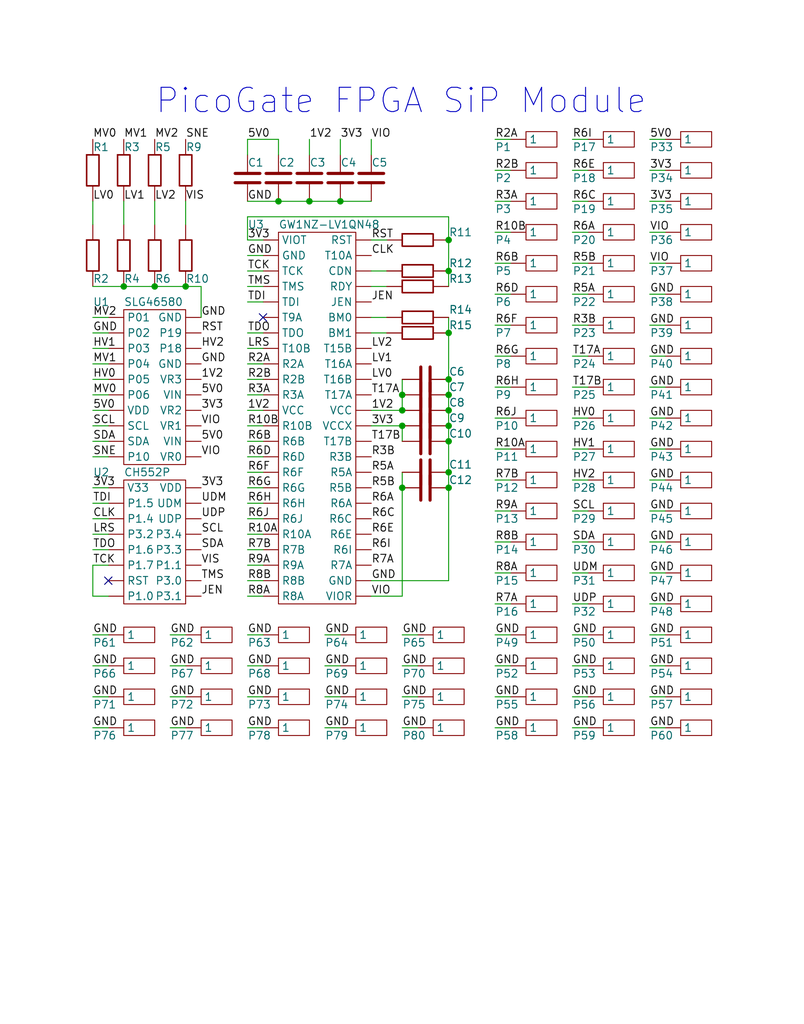
<source format=kicad_sch>
(kicad_sch (version 20211123) (generator eeschema)
  (paper "User" 132.004 167.996)
  (lib_symbols
    (symbol "Local-Chips:CH552P" (pin_numbers hide)
      (property "Reference" "U" (at -2.54 2.54 0))
      (property "Value" "CH552P" (at 2.54 2.54 0))
      (symbol "CH552P_0_1"
        (rectangle (start 2.54 1.27) (end 12.7 -19.05))
      )
      (symbol "CH552P_1_1"
        (pin passive line (at 0 0 0) (length 2.54) (name "V33") (number "1"))
        (pin passive line (at 15.24 -15.24 180) (length 2.54) (name "P3.0") (number "10"))
        (pin passive line (at 15.24 -12.7 180) (length 2.54) (name "P1.1") (number "11"))
        (pin passive line (at 15.24 -10.16 180) (length 2.54) (name "P3.3") (number "12"))
        (pin passive line (at 15.24 -7.62 180) (length 2.54) (name "P3.4") (number "13"))
        (pin passive line (at 15.24 -5.08 180) (length 2.54) (name "UDP") (number "14"))
        (pin passive line (at 15.24 -2.54 180) (length 2.54) (name "UDM") (number "15"))
        (pin passive line (at 15.24 0 180) (length 2.54) (name "VDD") (number "16"))
        (pin passive line (at 0 -2.54 0) (length 2.54) (name "P1.5") (number "2"))
        (pin passive line (at 0 -5.08 0) (length 2.54) (name "P1.4") (number "3"))
        (pin passive line (at 0 -7.62 0) (length 2.54) (name "P3.2") (number "4"))
        (pin passive line (at 0 -10.16 0) (length 2.54) (name "P1.6") (number "5"))
        (pin passive line (at 0 -12.7 0) (length 2.54) (name "P1.7") (number "6"))
        (pin passive line (at 0 -15.24 0) (length 2.54) (name "RST") (number "7"))
        (pin passive line (at 0 -17.78 0) (length 2.54) (name "P1.0") (number "8"))
        (pin passive line (at 15.24 -17.78 180) (length 2.54) (name "P3.1") (number "9"))
      )
    )
    (symbol "Local-Chips:GW1NZ-LV1QN48" (pin_numbers hide)
      (property "Reference" "U" (at -2.54 2.54 0))
      (property "Value" "GW1NZ-LV1QN48" (at 2.54 2.54 0))
      (symbol "GW1NZ-LV1QN48_0_1"
        (rectangle (start 2.54 1.27) (end 15.24 -59.69))
      )
      (symbol "GW1NZ-LV1QN48_1_1"
        (pin passive line (at 0 0 0) (length 2.54) (name "VIOT") (number "1"))
        (pin passive line (at 0 -22.86 0) (length 2.54) (name "R2B") (number "10"))
        (pin passive line (at 0 -25.4 0) (length 2.54) (name "R3A") (number "11"))
        (pin passive line (at 0 -27.94 0) (length 2.54) (name "VCC") (number "12"))
        (pin passive line (at 0 -30.48 0) (length 2.54) (name "R10B") (number "13"))
        (pin passive line (at 0 -33.02 0) (length 2.54) (name "R6B") (number "14"))
        (pin passive line (at 0 -35.56 0) (length 2.54) (name "R6D") (number "15"))
        (pin passive line (at 0 -38.1 0) (length 2.54) (name "R6F") (number "16"))
        (pin passive line (at 0 -40.64 0) (length 2.54) (name "R6G") (number "17"))
        (pin passive line (at 0 -43.18 0) (length 2.54) (name "R6H") (number "18"))
        (pin passive line (at 0 -45.72 0) (length 2.54) (name "R6J") (number "19"))
        (pin passive line (at 0 -2.54 0) (length 2.54) (name "GND") (number "2"))
        (pin passive line (at 0 -48.26 0) (length 2.54) (name "R10A") (number "20"))
        (pin passive line (at 0 -50.8 0) (length 2.54) (name "R7B") (number "21"))
        (pin passive line (at 0 -53.34 0) (length 2.54) (name "R9A") (number "22"))
        (pin passive line (at 0 -55.88 0) (length 2.54) (name "R8B") (number "23"))
        (pin passive line (at 0 -58.42 0) (length 2.54) (name "R8A") (number "24"))
        (pin passive line (at 17.78 -58.42 180) (length 2.54) (name "VIOR") (number "25"))
        (pin passive line (at 17.78 -55.88 180) (length 2.54) (name "GND") (number "26"))
        (pin passive line (at 17.78 -53.34 180) (length 2.54) (name "R7A") (number "27"))
        (pin passive line (at 17.78 -50.8 180) (length 2.54) (name "R6I") (number "28"))
        (pin passive line (at 17.78 -48.26 180) (length 2.54) (name "R6E") (number "29"))
        (pin passive line (at 0 -5.08 0) (length 2.54) (name "TCK") (number "3"))
        (pin passive line (at 17.78 -45.72 180) (length 2.54) (name "R6C") (number "30"))
        (pin passive line (at 17.78 -43.18 180) (length 2.54) (name "R6A") (number "31"))
        (pin passive line (at 17.78 -40.64 180) (length 2.54) (name "R5B") (number "32"))
        (pin passive line (at 17.78 -38.1 180) (length 2.54) (name "R5A") (number "33"))
        (pin passive line (at 17.78 -35.56 180) (length 2.54) (name "R3B") (number "34"))
        (pin passive line (at 17.78 -33.02 180) (length 2.54) (name "T17B") (number "35"))
        (pin passive line (at 17.78 -30.48 180) (length 2.54) (name "VCCX") (number "36"))
        (pin passive line (at 17.78 -27.94 180) (length 2.54) (name "VCC") (number "37"))
        (pin passive line (at 17.78 -25.4 180) (length 2.54) (name "T17A") (number "38"))
        (pin passive line (at 17.78 -22.86 180) (length 2.54) (name "T16B") (number "39"))
        (pin passive line (at 0 -7.62 0) (length 2.54) (name "TMS") (number "4"))
        (pin passive line (at 17.78 -20.32 180) (length 2.54) (name "T16A") (number "40"))
        (pin passive line (at 17.78 -17.78 180) (length 2.54) (name "T15B") (number "41"))
        (pin passive line (at 17.78 -15.24 180) (length 2.54) (name "BM1") (number "42"))
        (pin passive line (at 17.78 -12.7 180) (length 2.54) (name "BM0") (number "43"))
        (pin passive line (at 17.78 -10.16 180) (length 2.54) (name "JEN") (number "44"))
        (pin passive line (at 17.78 -7.62 180) (length 2.54) (name "RDY") (number "45"))
        (pin passive line (at 17.78 -5.08 180) (length 2.54) (name "CDN") (number "46"))
        (pin passive line (at 17.78 -2.54 180) (length 2.54) (name "T10A") (number "47"))
        (pin passive line (at 17.78 0 180) (length 2.54) (name "RST") (number "48"))
        (pin passive line (at 0 -10.16 0) (length 2.54) (name "TDI") (number "5"))
        (pin passive line (at 0 -12.7 0) (length 2.54) (name "T9A") (number "6"))
        (pin passive line (at 0 -15.24 0) (length 2.54) (name "TDO") (number "7"))
        (pin passive line (at 0 -17.78 0) (length 2.54) (name "T10B") (number "8"))
        (pin passive line (at 0 -20.32 0) (length 2.54) (name "R2A") (number "9"))
      )
    )
    (symbol "Local-Chips:SLG46580" (pin_numbers hide)
      (property "Reference" "U" (at -2.54 2.54 0))
      (property "Value" "SLG46580" (at 2.54 2.54 0))
      (symbol "SLG46580_0_1"
        (rectangle (start 2.54 1.27) (end 12.7 -24.13))
      )
      (symbol "SLG46580_1_1"
        (pin passive line (at 0 0 0) (length 2.54) (name "P01") (number "1"))
        (pin passive line (at 0 -22.86 0) (length 2.54) (name "P10") (number "10"))
        (pin passive line (at 15.24 -22.86 180) (length 2.54) (name "VR0") (number "11"))
        (pin passive line (at 15.24 -20.32 180) (length 2.54) (name "VIN") (number "12"))
        (pin passive line (at 15.24 -17.78 180) (length 2.54) (name "VR1") (number "13"))
        (pin passive line (at 15.24 -15.24 180) (length 2.54) (name "VR2") (number "14"))
        (pin passive line (at 15.24 -12.7 180) (length 2.54) (name "VIN") (number "15"))
        (pin passive line (at 15.24 -10.16 180) (length 2.54) (name "VR3") (number "16"))
        (pin passive line (at 15.24 -7.62 180) (length 2.54) (name "GND") (number "17"))
        (pin passive line (at 15.24 -5.08 180) (length 2.54) (name "P18") (number "18"))
        (pin passive line (at 15.24 -2.54 180) (length 2.54) (name "P19") (number "19"))
        (pin passive line (at 0 -2.54 0) (length 2.54) (name "P02") (number "2"))
        (pin passive line (at 15.24 0 180) (length 2.54) (name "GND") (number "20"))
        (pin passive line (at 0 -5.08 0) (length 2.54) (name "P03") (number "3"))
        (pin passive line (at 0 -7.62 0) (length 2.54) (name "P04") (number "4"))
        (pin passive line (at 0 -10.16 0) (length 2.54) (name "P05") (number "5"))
        (pin passive line (at 0 -12.7 0) (length 2.54) (name "P06") (number "6"))
        (pin passive line (at 0 -15.24 0) (length 2.54) (name "VDD") (number "7"))
        (pin passive line (at 0 -17.78 0) (length 2.54) (name "SCL") (number "8"))
        (pin passive line (at 0 -20.32 0) (length 2.54) (name "SDA") (number "9"))
      )
    )
    (symbol "Local-Components:Capacitor" (pin_numbers hide) (pin_names (offset 0) hide)
      (property "Reference" "C" (at 0 -2.54 0))
      (symbol "Capacitor_0_1"
        (polyline (pts (xy -2.032 -0.762) (xy 2.032 -0.762)) (stroke (width 0.508)))
        (polyline (pts (xy -2.032 0.762) (xy 2.032 0.762)) (stroke (width 0.508)))
      )
      (symbol "Capacitor_1_1"
        (pin passive line (at 0 3.81 270) (length 2.794) (name "~") (number "1"))
        (pin passive line (at 0 -3.81 90) (length 2.794) (name "~") (number "2"))
      )
    )
    (symbol "Local-Components:Resistor" (pin_numbers hide) (pin_names (offset 0) hide)
      (property "Reference" "R" (at 0 -3.81 0))
      (symbol "Resistor_0_1"
        (rectangle (start -1.016 -2.54) (end 1.016 2.54) (stroke (width 0.254)))
      )
      (symbol "Resistor_1_1"
        (pin passive line (at 0 5.08 270) (length 2.54) (name "~") (number "1"))
        (pin passive line (at 0 -5.08 90) (length 2.54) (name "~") (number "2"))
      )
    )
    (symbol "Local-Connectors:CONN1X1" (pin_numbers hide)
      (property "Reference" "P" (at -2.54 2.54 0))
      (property "Value" "CONN1X1" (at 2.54 2.54 0))
      (symbol "CONN1X1_0_1"
        (rectangle (start 2.54 1.27) (end 7.62 -1.27))
      )
      (symbol "CONN1X1_1_1"
        (pin passive line (at 0 0 0) (length 2.54) (name "1") (number "1"))
      )
    )
  )
  (junction (at 73.66 62.23))
  (junction (at 20.32 46.99))
  (junction (at 73.66 69.85))
  (junction (at 30.48 46.99))
  (junction (at 50.8 33.02))
  (junction (at 66.04 64.77))
  (junction (at 73.66 80.01))
  (junction (at 73.66 54.61))
  (junction (at 73.66 72.39))
  (junction (at 66.04 69.85))
  (junction (at 73.66 39.37))
  (junction (at 73.66 44.45))
  (junction (at 66.04 67.31))
  (junction (at 73.66 64.77))
  (junction (at 45.72 33.02))
  (junction (at 73.66 67.31))
  (junction (at 73.66 77.47))
  (junction (at 55.88 33.02))
  (junction (at 66.04 80.01))
  (junction (at 25.4 46.99))
  (no_connect (at 43.18 52.07))
  (no_connect (at 17.78 95.25))
  (wire (pts (xy 27.94 114.3) (xy 30.48 114.3)))
  (wire (pts (xy 40.64 87.63) (xy 43.18 87.63)))
  (wire (pts (xy 93.98 88.9) (xy 96.52 88.9)))
  (wire (pts (xy 40.64 82.55) (xy 43.18 82.55)))
  (wire (pts (xy 25.4 46.99) (xy 30.48 46.99)))
  (wire (pts (xy 15.24 87.63) (xy 17.78 87.63)))
  (wire (pts (xy 93.98 93.98) (xy 96.52 93.98)))
  (wire (pts (xy 40.64 114.3) (xy 43.18 114.3)))
  (wire (pts (xy 40.64 39.37) (xy 40.64 35.56)))
  (wire (pts (xy 81.28 22.86) (xy 83.82 22.86)))
  (wire (pts (xy 60.96 54.61) (xy 63.5 54.61)))
  (wire (pts (xy 106.68 48.26) (xy 109.22 48.26)))
  (wire (pts (xy 93.98 114.3) (xy 96.52 114.3)))
  (wire (pts (xy 106.68 114.3) (xy 109.22 114.3)))
  (wire (pts (xy 73.66 67.31) (xy 73.66 69.85)))
  (wire (pts (xy 40.64 22.86) (xy 40.64 25.4)))
  (wire (pts (xy 93.98 119.38) (xy 96.52 119.38)))
  (wire (pts (xy 73.66 62.23) (xy 73.66 64.77)))
  (wire (pts (xy 81.28 48.26) (xy 83.82 48.26)))
  (wire (pts (xy 40.64 35.56) (xy 73.66 35.56)))
  (wire (pts (xy 45.72 22.86) (xy 45.72 25.4)))
  (wire (pts (xy 73.66 72.39) (xy 73.66 77.47)))
  (wire (pts (xy 106.68 73.66) (xy 109.22 73.66)))
  (wire (pts (xy 40.64 44.45) (xy 43.18 44.45)))
  (wire (pts (xy 40.64 74.93) (xy 43.18 74.93)))
  (wire (pts (xy 53.34 109.22) (xy 55.88 109.22)))
  (wire (pts (xy 106.68 109.22) (xy 109.22 109.22)))
  (wire (pts (xy 93.98 22.86) (xy 96.52 22.86)))
  (wire (pts (xy 15.24 92.71) (xy 17.78 92.71)))
  (wire (pts (xy 81.28 33.02) (xy 83.82 33.02)))
  (wire (pts (xy 66.04 119.38) (xy 68.58 119.38)))
  (wire (pts (xy 73.66 35.56) (xy 73.66 39.37)))
  (wire (pts (xy 53.34 104.14) (xy 55.88 104.14)))
  (wire (pts (xy 66.04 77.47) (xy 66.04 80.01)))
  (wire (pts (xy 93.98 48.26) (xy 96.52 48.26)))
  (wire (pts (xy 106.68 104.14) (xy 109.22 104.14)))
  (wire (pts (xy 93.98 63.5) (xy 96.52 63.5)))
  (wire (pts (xy 40.64 22.86) (xy 45.72 22.86)))
  (wire (pts (xy 40.64 77.47) (xy 43.18 77.47)))
  (wire (pts (xy 106.68 63.5) (xy 109.22 63.5)))
  (wire (pts (xy 15.24 92.71) (xy 15.24 97.79)))
  (wire (pts (xy 93.98 68.58) (xy 96.52 68.58)))
  (wire (pts (xy 50.8 33.02) (xy 55.88 33.02)))
  (wire (pts (xy 93.98 104.14) (xy 96.52 104.14)))
  (wire (pts (xy 73.66 44.45) (xy 73.66 46.99)))
  (wire (pts (xy 55.88 22.86) (xy 55.88 25.4)))
  (wire (pts (xy 81.28 104.14) (xy 83.82 104.14)))
  (wire (pts (xy 40.64 92.71) (xy 43.18 92.71)))
  (wire (pts (xy 106.68 38.1) (xy 109.22 38.1)))
  (wire (pts (xy 15.24 114.3) (xy 17.78 114.3)))
  (wire (pts (xy 40.64 104.14) (xy 43.18 104.14)))
  (wire (pts (xy 106.68 53.34) (xy 109.22 53.34)))
  (wire (pts (xy 20.32 33.02) (xy 20.32 36.83)))
  (wire (pts (xy 27.94 119.38) (xy 30.48 119.38)))
  (wire (pts (xy 40.64 62.23) (xy 43.18 62.23)))
  (wire (pts (xy 40.64 67.31) (xy 43.18 67.31)))
  (wire (pts (xy 81.28 109.22) (xy 83.82 109.22)))
  (wire (pts (xy 106.68 119.38) (xy 109.22 119.38)))
  (wire (pts (xy 66.04 109.22) (xy 68.58 109.22)))
  (wire (pts (xy 81.28 114.3) (xy 83.82 114.3)))
  (wire (pts (xy 81.28 99.06) (xy 83.82 99.06)))
  (wire (pts (xy 93.98 53.34) (xy 96.52 53.34)))
  (wire (pts (xy 93.98 33.02) (xy 96.52 33.02)))
  (wire (pts (xy 40.64 46.99) (xy 43.18 46.99)))
  (wire (pts (xy 15.24 119.38) (xy 17.78 119.38)))
  (wire (pts (xy 15.24 69.85) (xy 17.78 69.85)))
  (wire (pts (xy 81.28 58.42) (xy 83.82 58.42)))
  (wire (pts (xy 81.28 83.82) (xy 83.82 83.82)))
  (wire (pts (xy 40.64 64.77) (xy 43.18 64.77)))
  (wire (pts (xy 15.24 57.15) (xy 17.78 57.15)))
  (wire (pts (xy 93.98 99.06) (xy 96.52 99.06)))
  (wire (pts (xy 81.28 88.9) (xy 83.82 88.9)))
  (wire (pts (xy 81.28 53.34) (xy 83.82 53.34)))
  (wire (pts (xy 40.64 33.02) (xy 45.72 33.02)))
  (wire (pts (xy 40.64 90.17) (xy 43.18 90.17)))
  (wire (pts (xy 50.8 22.86) (xy 50.8 25.4)))
  (wire (pts (xy 106.68 27.94) (xy 109.22 27.94)))
  (wire (pts (xy 53.34 114.3) (xy 55.88 114.3)))
  (wire (pts (xy 93.98 83.82) (xy 96.52 83.82)))
  (wire (pts (xy 15.24 54.61) (xy 17.78 54.61)))
  (wire (pts (xy 93.98 73.66) (xy 96.52 73.66)))
  (wire (pts (xy 60.96 46.99) (xy 63.5 46.99)))
  (wire (pts (xy 81.28 27.94) (xy 83.82 27.94)))
  (wire (pts (xy 106.68 58.42) (xy 109.22 58.42)))
  (wire (pts (xy 93.98 78.74) (xy 96.52 78.74)))
  (wire (pts (xy 15.24 33.02) (xy 15.24 36.83)))
  (wire (pts (xy 15.24 85.09) (xy 17.78 85.09)))
  (wire (pts (xy 66.04 104.14) (xy 68.58 104.14)))
  (wire (pts (xy 40.64 95.25) (xy 43.18 95.25)))
  (wire (pts (xy 15.24 90.17) (xy 17.78 90.17)))
  (wire (pts (xy 15.24 74.93) (xy 17.78 74.93)))
  (wire (pts (xy 66.04 72.39) (xy 66.04 69.85)))
  (wire (pts (xy 45.72 33.02) (xy 50.8 33.02)))
  (wire (pts (xy 106.68 93.98) (xy 109.22 93.98)))
  (wire (pts (xy 81.28 93.98) (xy 83.82 93.98)))
  (wire (pts (xy 33.02 46.99) (xy 33.02 52.07)))
  (wire (pts (xy 40.64 57.15) (xy 43.18 57.15)))
  (wire (pts (xy 40.64 85.09) (xy 43.18 85.09)))
  (wire (pts (xy 60.96 44.45) (xy 63.5 44.45)))
  (wire (pts (xy 81.28 43.18) (xy 83.82 43.18)))
  (wire (pts (xy 15.24 104.14) (xy 17.78 104.14)))
  (wire (pts (xy 81.28 63.5) (xy 83.82 63.5)))
  (wire (pts (xy 60.96 22.86) (xy 60.96 25.4)))
  (wire (pts (xy 40.64 69.85) (xy 43.18 69.85)))
  (wire (pts (xy 81.28 38.1) (xy 83.82 38.1)))
  (wire (pts (xy 106.68 88.9) (xy 109.22 88.9)))
  (wire (pts (xy 15.24 64.77) (xy 17.78 64.77)))
  (wire (pts (xy 93.98 109.22) (xy 96.52 109.22)))
  (wire (pts (xy 40.64 41.91) (xy 43.18 41.91)))
  (wire (pts (xy 93.98 27.94) (xy 96.52 27.94)))
  (wire (pts (xy 15.24 59.69) (xy 17.78 59.69)))
  (wire (pts (xy 40.64 97.79) (xy 43.18 97.79)))
  (wire (pts (xy 73.66 69.85) (xy 73.66 72.39)))
  (wire (pts (xy 55.88 33.02) (xy 60.96 33.02)))
  (wire (pts (xy 40.64 39.37) (xy 43.18 39.37)))
  (wire (pts (xy 66.04 80.01) (xy 66.04 97.79)))
  (wire (pts (xy 73.66 64.77) (xy 73.66 67.31)))
  (wire (pts (xy 30.48 33.02) (xy 30.48 36.83)))
  (wire (pts (xy 66.04 97.79) (xy 60.96 97.79)))
  (wire (pts (xy 15.24 97.79) (xy 17.78 97.79)))
  (wire (pts (xy 66.04 62.23) (xy 66.04 64.77)))
  (wire (pts (xy 15.24 72.39) (xy 17.78 72.39)))
  (wire (pts (xy 40.64 49.53) (xy 43.18 49.53)))
  (wire (pts (xy 106.68 99.06) (xy 109.22 99.06)))
  (wire (pts (xy 106.68 68.58) (xy 109.22 68.58)))
  (wire (pts (xy 81.28 78.74) (xy 83.82 78.74)))
  (wire (pts (xy 40.64 119.38) (xy 43.18 119.38)))
  (wire (pts (xy 73.66 95.25) (xy 60.96 95.25)))
  (wire (pts (xy 40.64 72.39) (xy 43.18 72.39)))
  (wire (pts (xy 81.28 68.58) (xy 83.82 68.58)))
  (wire (pts (xy 15.24 52.07) (xy 17.78 52.07)))
  (wire (pts (xy 93.98 43.18) (xy 96.52 43.18)))
  (wire (pts (xy 60.96 52.07) (xy 63.5 52.07)))
  (wire (pts (xy 25.4 33.02) (xy 25.4 36.83)))
  (wire (pts (xy 93.98 58.42) (xy 96.52 58.42)))
  (wire (pts (xy 60.96 69.85) (xy 66.04 69.85)))
  (wire (pts (xy 15.24 46.99) (xy 20.32 46.99)))
  (wire (pts (xy 40.64 80.01) (xy 43.18 80.01)))
  (wire (pts (xy 53.34 119.38) (xy 55.88 119.38)))
  (wire (pts (xy 106.68 22.86) (xy 109.22 22.86)))
  (wire (pts (xy 60.96 39.37) (xy 63.5 39.37)))
  (wire (pts (xy 106.68 33.02) (xy 109.22 33.02)))
  (wire (pts (xy 30.48 46.99) (xy 33.02 46.99)))
  (wire (pts (xy 106.68 43.18) (xy 109.22 43.18)))
  (wire (pts (xy 20.32 46.99) (xy 25.4 46.99)))
  (wire (pts (xy 106.68 78.74) (xy 109.22 78.74)))
  (wire (pts (xy 73.66 52.07) (xy 73.66 54.61)))
  (wire (pts (xy 73.66 54.61) (xy 73.66 62.23)))
  (wire (pts (xy 106.68 83.82) (xy 109.22 83.82)))
  (wire (pts (xy 15.24 67.31) (xy 17.78 67.31)))
  (wire (pts (xy 40.64 54.61) (xy 43.18 54.61)))
  (wire (pts (xy 15.24 109.22) (xy 17.78 109.22)))
  (wire (pts (xy 66.04 64.77) (xy 66.04 67.31)))
  (wire (pts (xy 81.28 73.66) (xy 83.82 73.66)))
  (wire (pts (xy 73.66 80.01) (xy 73.66 95.25)))
  (wire (pts (xy 60.96 67.31) (xy 66.04 67.31)))
  (wire (pts (xy 40.64 59.69) (xy 43.18 59.69)))
  (wire (pts (xy 15.24 82.55) (xy 17.78 82.55)))
  (wire (pts (xy 66.04 114.3) (xy 68.58 114.3)))
  (wire (pts (xy 81.28 119.38) (xy 83.82 119.38)))
  (wire (pts (xy 27.94 109.22) (xy 30.48 109.22)))
  (wire (pts (xy 73.66 77.47) (xy 73.66 80.01)))
  (wire (pts (xy 27.94 104.14) (xy 30.48 104.14)))
  (wire (pts (xy 15.24 80.01) (xy 17.78 80.01)))
  (wire (pts (xy 15.24 62.23) (xy 17.78 62.23)))
  (wire (pts (xy 40.64 109.22) (xy 43.18 109.22)))
  (wire (pts (xy 93.98 38.1) (xy 96.52 38.1)))
  (wire (pts (xy 73.66 39.37) (xy 73.66 44.45)))
  (text "PicoGate FPGA SiP Module" (at 25.4 19.05 0) (effects (font (size 3.9878 3.9878)) (justify left bottom)))
  (label "TMS" (at 40.64 46.99 0))
  (label "GND" (at 81.28 104.14 0))
  (label "3V3" (at 40.64 39.37 0))
  (label "HV0" (at 15.24 62.23 0))
  (label "R5A" (at 60.96 77.47 0))
  (label "TCK" (at 15.24 92.71 0))
  (label "GND" (at 33.02 59.69 0))
  (label "GND" (at 106.68 114.3 0))
  (label "R6C" (at 93.98 33.02 0))
  (label "3V3" (at 33.02 67.31 0))
  (label "MV0" (at 15.24 22.86 0))
  (label "GND" (at 15.24 104.14 0))
  (label "GND" (at 15.24 114.3 0))
  (label "GND" (at 106.68 99.06 0))
  (label "SCL" (at 15.24 69.85 0))
  (label "SNE" (at 30.48 22.86 0))
  (label "1V2" (at 33.02 62.23 0))
  (label "GND" (at 53.34 104.14 0))
  (label "UDP" (at 33.02 85.09 0))
  (label "R6B" (at 81.28 43.18 0))
  (label "R6J" (at 40.64 85.09 0))
  (label "GND" (at 27.94 119.38 0))
  (label "HV1" (at 15.24 57.15 0))
  (label "R6A" (at 60.96 82.55 0))
  (label "R8B" (at 40.64 95.25 0))
  (label "GND" (at 106.68 58.42 0))
  (label "SDA" (at 93.98 88.9 0))
  (label "JEN" (at 60.96 49.53 0))
  (label "R8A" (at 40.64 97.79 0))
  (label "GND" (at 40.64 41.91 0))
  (label "R7B" (at 81.28 78.74 0))
  (label "GND" (at 27.94 104.14 0))
  (label "VIS" (at 33.02 92.71 0))
  (label "UDM" (at 93.98 93.98 0))
  (label "GND" (at 66.04 119.38 0))
  (label "5V0" (at 106.68 22.86 0))
  (label "TDO" (at 40.64 54.61 0))
  (label "GND" (at 27.94 109.22 0))
  (label "GND" (at 40.64 109.22 0))
  (label "R9A" (at 81.28 83.82 0))
  (label "GND" (at 40.64 33.02 0))
  (label "R6I" (at 60.96 90.17 0))
  (label "R5B" (at 93.98 43.18 0))
  (label "GND" (at 106.68 53.34 0))
  (label "TMS" (at 33.02 95.25 0))
  (label "GND" (at 93.98 109.22 0))
  (label "5V0" (at 40.64 22.86 0))
  (label "VIO" (at 60.96 22.86 0))
  (label "SDA" (at 33.02 90.17 0))
  (label "T17A" (at 60.96 64.77 0))
  (label "R9A" (at 40.64 92.71 0))
  (label "R6H" (at 40.64 82.55 0))
  (label "GND" (at 53.34 109.22 0))
  (label "R7B" (at 40.64 90.17 0))
  (label "R6D" (at 40.64 74.93 0))
  (label "R3A" (at 40.64 64.77 0))
  (label "R10B" (at 81.28 38.1 0))
  (label "SDA" (at 15.24 72.39 0))
  (label "GND" (at 106.68 119.38 0))
  (label "R6E" (at 60.96 87.63 0))
  (label "GND" (at 81.28 114.3 0))
  (label "R2A" (at 40.64 59.69 0))
  (label "TDO" (at 15.24 90.17 0))
  (label "GND" (at 106.68 88.9 0))
  (label "R6C" (at 60.96 85.09 0))
  (label "UDM" (at 33.02 82.55 0))
  (label "VIO" (at 60.96 97.79 0))
  (label "VIO" (at 106.68 38.1 0))
  (label "HV0" (at 93.98 68.58 0))
  (label "GND" (at 106.68 104.14 0))
  (label "3V3" (at 15.24 80.01 0))
  (label "GND" (at 60.96 95.25 0))
  (label "VIO" (at 33.02 74.93 0))
  (label "GND" (at 53.34 114.3 0))
  (label "R3B" (at 60.96 74.93 0))
  (label "GND" (at 66.04 114.3 0))
  (label "T17A" (at 93.98 58.42 0))
  (label "1V2" (at 40.64 67.31 0))
  (label "R6F" (at 81.28 53.34 0))
  (label "R2A" (at 81.28 22.86 0))
  (label "MV2" (at 15.24 52.07 0))
  (label "LV2" (at 60.96 57.15 0))
  (label "TDI" (at 40.64 49.53 0))
  (label "3V3" (at 55.88 22.86 0))
  (label "R6B" (at 40.64 72.39 0))
  (label "HV2" (at 93.98 78.74 0))
  (label "3V3" (at 60.96 69.85 0))
  (label "GND" (at 106.68 83.82 0))
  (label "GND" (at 40.64 119.38 0))
  (label "LV1" (at 20.32 33.02 0))
  (label "MV1" (at 20.32 22.86 0))
  (label "5V0" (at 15.24 67.31 0))
  (label "GND" (at 93.98 114.3 0))
  (label "SCL" (at 33.02 87.63 0))
  (label "RST" (at 33.02 54.61 0))
  (label "MV0" (at 15.24 64.77 0))
  (label "3V3" (at 106.68 33.02 0))
  (label "LV0" (at 15.24 33.02 0))
  (label "GND" (at 40.64 114.3 0))
  (label "R6G" (at 40.64 80.01 0))
  (label "R5B" (at 60.96 80.01 0))
  (label "GND" (at 53.34 119.38 0))
  (label "1V2" (at 50.8 22.86 0))
  (label "R2B" (at 81.28 27.94 0))
  (label "R6A" (at 93.98 38.1 0))
  (label "VIO" (at 106.68 43.18 0))
  (label "GND" (at 106.68 63.5 0))
  (label "MV2" (at 25.4 22.86 0))
  (label "SNE" (at 15.24 74.93 0))
  (label "SCL" (at 93.98 83.82 0))
  (label "3V3" (at 33.02 80.01 0))
  (label "R3B" (at 93.98 53.34 0))
  (label "JEN" (at 33.02 97.79 0))
  (label "GND" (at 81.28 119.38 0))
  (label "UDP" (at 93.98 99.06 0))
  (label "R6E" (at 93.98 27.94 0))
  (label "R7A" (at 60.96 92.71 0))
  (label "GND" (at 106.68 68.58 0))
  (label "T17B" (at 60.96 72.39 0))
  (label "R10B" (at 40.64 69.85 0))
  (label "GND" (at 106.68 48.26 0))
  (label "GND" (at 40.64 104.14 0))
  (label "LRS" (at 40.64 57.15 0))
  (label "LV2" (at 25.4 33.02 0))
  (label "R10A" (at 40.64 87.63 0))
  (label "R6J" (at 81.28 68.58 0))
  (label "VIS" (at 30.48 33.02 0))
  (label "R5A" (at 93.98 48.26 0))
  (label "3V3" (at 106.68 27.94 0))
  (label "GND" (at 15.24 109.22 0))
  (label "GND" (at 106.68 78.74 0))
  (label "GND" (at 81.28 109.22 0))
  (label "TCK" (at 40.64 44.45 0))
  (label "GND" (at 106.68 93.98 0))
  (label "GND" (at 106.68 109.22 0))
  (label "HV2" (at 33.02 57.15 0))
  (label "R2B" (at 40.64 62.23 0))
  (label "R8A" (at 81.28 93.98 0))
  (label "R6H" (at 81.28 63.5 0))
  (label "GND" (at 33.02 52.07 0))
  (label "GND" (at 15.24 54.61 0))
  (label "1V2" (at 60.96 67.31 0))
  (label "GND" (at 66.04 104.14 0))
  (label "GND" (at 15.24 119.38 0))
  (label "HV1" (at 93.98 73.66 0))
  (label "CLK" (at 60.96 41.91 0))
  (label "R6F" (at 40.64 77.47 0))
  (label "5V0" (at 33.02 64.77 0))
  (label "5V0" (at 33.02 72.39 0))
  (label "TDI" (at 15.24 82.55 0))
  (label "R6D" (at 81.28 48.26 0))
  (label "VIO" (at 33.02 69.85 0))
  (label "GND" (at 66.04 109.22 0))
  (label "GND" (at 93.98 104.14 0))
  (label "R6I" (at 93.98 22.86 0))
  (label "R8B" (at 81.28 88.9 0))
  (label "RST" (at 60.96 39.37 0))
  (label "T17B" (at 93.98 63.5 0))
  (label "CLK" (at 15.24 85.09 0))
  (label "LV0" (at 60.96 62.23 0))
  (label "LRS" (at 15.24 87.63 0))
  (label "GND" (at 27.94 114.3 0))
  (label "R7A" (at 81.28 99.06 0))
  (label "R3A" (at 81.28 33.02 0))
  (label "R10A" (at 81.28 73.66 0))
  (label "GND" (at 93.98 119.38 0))
  (label "R6G" (at 81.28 58.42 0))
  (label "GND" (at 106.68 73.66 0))
  (label "LV1" (at 60.96 59.69 0))
  (label "MV1" (at 15.24 59.69 0))
  (symbol (lib_id "Local-Components:Resistor") (at 68.58 52.07 270) (unit 1)
    (property "Reference" "R14" (at 73.66 50.8 90) (effects (justify left)))
    (property "Value" "Resistor" (effects hide))
    (property "Footprint" "Components:0201" (effects hide))
  )
  (symbol (lib_id "Local-Components:Resistor") (at 68.58 54.61 270) (unit 1)
    (property "Reference" "R15" (at 73.66 53.34 90) (effects (justify left)))
    (property "Value" "Resistor" (effects hide))
    (property "Footprint" "Components:0201" (effects hide))
  )
  (symbol (lib_id "Local-Chips:SLG46580") (at 17.78 52.07 0) (unit 1)
    (property "Reference" "U1" (at 15.24 49.53 0) (effects (justify left)))
    (property "Value" "SLG46580" (at 20.32 49.53 0) (effects (justify left)))
    (property "Footprint" "Components:QFN20_3.0_2.0_0.4_US" (effects hide))
  )
  (symbol (lib_id "Local-Chips:GW1NZ-LV1QN48") (at 43.18 39.37 0) (unit 1)
    (property "Reference" "U3" (at 40.64 36.83 0) (effects (justify left)))
    (property "Value" "GW1NZ-LV1QN48" (at 45.72 36.83 0) (effects (justify left)))
    (property "Footprint" "Components:QFN48_6.0_6.0_0.4_US" (effects hide))
  )
  (symbol (lib_id "Local-Chips:CH552P") (at 17.78 80.01 0) (unit 1)
    (property "Reference" "U2" (at 15.24 77.47 0) (effects (justify left)))
    (property "Value" "CH552P" (at 20.32 77.47 0) (effects (justify left)))
    (property "Footprint" "Components:QFN16_3.0_3.0_0.5_US" (effects hide))
  )
  (symbol (lib_id "Local-Components:Resistor") (at 68.58 46.99 270) (unit 1)
    (property "Reference" "R13" (at 73.66 45.72 90) (effects (justify left)))
    (property "Value" "Resistor" (effects hide))
    (property "Footprint" "Components:0201" (effects hide))
  )
  (symbol (lib_id "Local-Components:Capacitor") (at 69.85 67.31 270) (unit 1)
    (property "Reference" "C8" (at 73.66 66.04 90) (effects (justify left)))
    (property "Value" "Capacitor" (effects hide))
    (property "Footprint" "Components:0201" (effects hide))
  )
  (symbol (lib_id "Local-Components:Capacitor") (at 69.85 77.47 270) (unit 1)
    (property "Reference" "C11" (at 73.66 76.2 90) (effects (justify left)))
    (property "Value" "Capacitor" (effects hide))
    (property "Footprint" "Components:0201" (effects hide))
  )
  (symbol (lib_id "Local-Components:Capacitor") (at 69.85 80.01 270) (unit 1)
    (property "Reference" "C12" (at 73.66 78.74 90) (effects (justify left)))
    (property "Value" "Capacitor" (effects hide))
    (property "Footprint" "Components:0201" (effects hide))
  )
  (symbol (lib_id "Local-Components:Capacitor") (at 40.64 29.21 0) (unit 1)
    (property "Reference" "C1" (at 40.64 26.67 0) (effects (justify left)))
    (property "Value" "Capacitor" (effects hide))
    (property "Footprint" "Components:0201" (effects hide))
  )
  (symbol (lib_id "Local-Components:Capacitor") (at 50.8 29.21 0) (unit 1)
    (property "Reference" "C3" (at 50.8 26.67 0) (effects (justify left)))
    (property "Value" "Capacitor" (effects hide))
    (property "Footprint" "Components:0201" (effects hide))
  )
  (symbol (lib_id "Local-Components:Capacitor") (at 55.88 29.21 0) (unit 1)
    (property "Reference" "C4" (at 55.88 26.67 0) (effects (justify left)))
    (property "Value" "Capacitor" (effects hide))
    (property "Footprint" "Components:0201" (effects hide))
  )
  (symbol (lib_id "Local-Components:Capacitor") (at 60.96 29.21 0) (unit 1)
    (property "Reference" "C5" (at 60.96 26.67 0) (effects (justify left)))
    (property "Value" "Capacitor" (effects hide))
    (property "Footprint" "Components:0201" (effects hide))
  )
  (symbol (lib_id "Local-Connectors:CONN1X1") (at 109.22 58.42 0) (unit 1)
    (property "Reference" "P40" (at 106.68 59.69 0) (effects (justify left)))
    (property "Value" "CONN1X1" (effects hide))
    (property "Footprint" "Mechanical:PAD1_0.35_0.35_R" (effects hide))
  )
  (symbol (lib_id "Local-Connectors:CONN1X1") (at 109.22 63.5 0) (unit 1)
    (property "Reference" "P41" (at 106.68 64.77 0) (effects (justify left)))
    (property "Value" "CONN1X1" (effects hide))
    (property "Footprint" "Mechanical:PAD1_0.35_0.35_R" (effects hide))
  )
  (symbol (lib_id "Local-Connectors:CONN1X1") (at 96.52 93.98 0) (unit 1)
    (property "Reference" "P31" (at 93.98 95.25 0) (effects (justify left)))
    (property "Value" "CONN1X1" (effects hide))
    (property "Footprint" "Mechanical:PAD1_0.35_0.35_R" (effects hide))
  )
  (symbol (lib_id "Local-Connectors:CONN1X1") (at 96.52 99.06 0) (unit 1)
    (property "Reference" "P32" (at 93.98 100.33 0) (effects (justify left)))
    (property "Value" "CONN1X1" (effects hide))
    (property "Footprint" "Mechanical:PAD1_0.35_0.35_R" (effects hide))
  )
  (symbol (lib_id "Local-Connectors:CONN1X1") (at 109.22 22.86 0) (unit 1)
    (property "Reference" "P33" (at 106.68 24.13 0) (effects (justify left)))
    (property "Value" "CONN1X1" (effects hide))
    (property "Footprint" "Mechanical:PAD1_0.35_0.35_R" (effects hide))
  )
  (symbol (lib_id "Local-Connectors:CONN1X1") (at 109.22 38.1 0) (unit 1)
    (property "Reference" "P36" (at 106.68 39.37 0) (effects (justify left)))
    (property "Value" "CONN1X1" (effects hide))
    (property "Footprint" "Mechanical:PAD1_0.35_0.35_R" (effects hide))
  )
  (symbol (lib_id "Local-Connectors:CONN1X1") (at 83.82 22.86 0) (unit 1)
    (property "Reference" "P1" (at 81.28 24.13 0) (effects (justify left)))
    (property "Value" "CONN1X1" (effects hide))
    (property "Footprint" "Mechanical:PAD1_0.35_0.35_R" (effects hide))
  )
  (symbol (lib_id "Local-Connectors:CONN1X1") (at 83.82 27.94 0) (unit 1)
    (property "Reference" "P2" (at 81.28 29.21 0) (effects (justify left)))
    (property "Value" "CONN1X1" (effects hide))
    (property "Footprint" "Mechanical:PAD1_0.35_0.35_R" (effects hide))
  )
  (symbol (lib_id "Local-Connectors:CONN1X1") (at 83.82 33.02 0) (unit 1)
    (property "Reference" "P3" (at 81.28 34.29 0) (effects (justify left)))
    (property "Value" "CONN1X1" (effects hide))
    (property "Footprint" "Mechanical:PAD1_0.35_0.35_R" (effects hide))
  )
  (symbol (lib_id "Local-Connectors:CONN1X1") (at 83.82 38.1 0) (unit 1)
    (property "Reference" "P4" (at 81.28 39.37 0) (effects (justify left)))
    (property "Value" "CONN1X1" (effects hide))
    (property "Footprint" "Mechanical:PAD1_0.35_0.35_R" (effects hide))
  )
  (symbol (lib_id "Local-Connectors:CONN1X1") (at 83.82 43.18 0) (unit 1)
    (property "Reference" "P5" (at 81.28 44.45 0) (effects (justify left)))
    (property "Value" "CONN1X1" (effects hide))
    (property "Footprint" "Mechanical:PAD1_0.35_0.35_R" (effects hide))
  )
  (symbol (lib_id "Local-Components:Resistor") (at 30.48 27.94 0) (unit 1)
    (property "Reference" "R9" (at 30.48 24.13 0) (effects (justify left)))
    (property "Value" "Resistor" (effects hide))
    (property "Footprint" "Components:0201" (effects hide))
  )
  (symbol (lib_id "Local-Connectors:CONN1X1") (at 83.82 48.26 0) (unit 1)
    (property "Reference" "P6" (at 81.28 49.53 0) (effects (justify left)))
    (property "Value" "CONN1X1" (effects hide))
    (property "Footprint" "Mechanical:PAD1_0.35_0.35_R" (effects hide))
  )
  (symbol (lib_id "Local-Connectors:CONN1X1") (at 83.82 53.34 0) (unit 1)
    (property "Reference" "P7" (at 81.28 54.61 0) (effects (justify left)))
    (property "Value" "CONN1X1" (effects hide))
    (property "Footprint" "Mechanical:PAD1_0.35_0.35_R" (effects hide))
  )
  (symbol (lib_id "Local-Connectors:CONN1X1") (at 83.82 58.42 0) (unit 1)
    (property "Reference" "P8" (at 81.28 59.69 0) (effects (justify left)))
    (property "Value" "CONN1X1" (effects hide))
    (property "Footprint" "Mechanical:PAD1_0.35_0.35_R" (effects hide))
  )
  (symbol (lib_id "Local-Connectors:CONN1X1") (at 83.82 63.5 0) (unit 1)
    (property "Reference" "P9" (at 81.28 64.77 0) (effects (justify left)))
    (property "Value" "CONN1X1" (effects hide))
    (property "Footprint" "Mechanical:PAD1_0.35_0.35_R" (effects hide))
  )
  (symbol (lib_id "Local-Connectors:CONN1X1") (at 83.82 68.58 0) (unit 1)
    (property "Reference" "P10" (at 81.28 69.85 0) (effects (justify left)))
    (property "Value" "CONN1X1" (effects hide))
    (property "Footprint" "Mechanical:PAD1_0.35_0.35_R" (effects hide))
  )
  (symbol (lib_id "Local-Connectors:CONN1X1") (at 83.82 73.66 0) (unit 1)
    (property "Reference" "P11" (at 81.28 74.93 0) (effects (justify left)))
    (property "Value" "CONN1X1" (effects hide))
    (property "Footprint" "Mechanical:PAD1_0.35_0.35_R" (effects hide))
  )
  (symbol (lib_id "Local-Connectors:CONN1X1") (at 83.82 78.74 0) (unit 1)
    (property "Reference" "P12" (at 81.28 80.01 0) (effects (justify left)))
    (property "Value" "CONN1X1" (effects hide))
    (property "Footprint" "Mechanical:PAD1_0.35_0.35_R" (effects hide))
  )
  (symbol (lib_id "Local-Connectors:CONN1X1") (at 83.82 83.82 0) (unit 1)
    (property "Reference" "P13" (at 81.28 85.09 0) (effects (justify left)))
    (property "Value" "CONN1X1" (effects hide))
    (property "Footprint" "Mechanical:PAD1_0.35_0.35_R" (effects hide))
  )
  (symbol (lib_id "Local-Connectors:CONN1X1") (at 83.82 88.9 0) (unit 1)
    (property "Reference" "P14" (at 81.28 90.17 0) (effects (justify left)))
    (property "Value" "CONN1X1" (effects hide))
    (property "Footprint" "Mechanical:PAD1_0.35_0.35_R" (effects hide))
  )
  (symbol (lib_id "Local-Connectors:CONN1X1") (at 83.82 93.98 0) (unit 1)
    (property "Reference" "P15" (at 81.28 95.25 0) (effects (justify left)))
    (property "Value" "CONN1X1" (effects hide))
    (property "Footprint" "Mechanical:PAD1_0.35_0.35_R" (effects hide))
  )
  (symbol (lib_id "Local-Connectors:CONN1X1") (at 83.82 99.06 0) (unit 1)
    (property "Reference" "P16" (at 81.28 100.33 0) (effects (justify left)))
    (property "Value" "CONN1X1" (effects hide))
    (property "Footprint" "Mechanical:PAD1_0.35_0.35_R" (effects hide))
  )
  (symbol (lib_id "Local-Connectors:CONN1X1") (at 96.52 22.86 0) (unit 1)
    (property "Reference" "P17" (at 93.98 24.13 0) (effects (justify left)))
    (property "Value" "CONN1X1" (effects hide))
    (property "Footprint" "Mechanical:PAD1_0.35_0.35_R" (effects hide))
  )
  (symbol (lib_id "Local-Connectors:CONN1X1") (at 96.52 27.94 0) (unit 1)
    (property "Reference" "P18" (at 93.98 29.21 0) (effects (justify left)))
    (property "Value" "CONN1X1" (effects hide))
    (property "Footprint" "Mechanical:PAD1_0.35_0.35_R" (effects hide))
  )
  (symbol (lib_id "Local-Connectors:CONN1X1") (at 96.52 33.02 0) (unit 1)
    (property "Reference" "P19" (at 93.98 34.29 0) (effects (justify left)))
    (property "Value" "CONN1X1" (effects hide))
    (property "Footprint" "Mechanical:PAD1_0.35_0.35_R" (effects hide))
  )
  (symbol (lib_id "Local-Connectors:CONN1X1") (at 96.52 38.1 0) (unit 1)
    (property "Reference" "P20" (at 93.98 39.37 0) (effects (justify left)))
    (property "Value" "CONN1X1" (effects hide))
    (property "Footprint" "Mechanical:PAD1_0.35_0.35_R" (effects hide))
  )
  (symbol (lib_id "Local-Connectors:CONN1X1") (at 96.52 43.18 0) (unit 1)
    (property "Reference" "P21" (at 93.98 44.45 0) (effects (justify left)))
    (property "Value" "CONN1X1" (effects hide))
    (property "Footprint" "Mechanical:PAD1_0.35_0.35_R" (effects hide))
  )
  (symbol (lib_id "Local-Connectors:CONN1X1") (at 96.52 48.26 0) (unit 1)
    (property "Reference" "P22" (at 93.98 49.53 0) (effects (justify left)))
    (property "Value" "CONN1X1" (effects hide))
    (property "Footprint" "Mechanical:PAD1_0.35_0.35_R" (effects hide))
  )
  (symbol (lib_id "Local-Connectors:CONN1X1") (at 96.52 53.34 0) (unit 1)
    (property "Reference" "P23" (at 93.98 54.61 0) (effects (justify left)))
    (property "Value" "CONN1X1" (effects hide))
    (property "Footprint" "Mechanical:PAD1_0.35_0.35_R" (effects hide))
  )
  (symbol (lib_id "Local-Connectors:CONN1X1") (at 96.52 68.58 0) (unit 1)
    (property "Reference" "P26" (at 93.98 69.85 0) (effects (justify left)))
    (property "Value" "CONN1X1" (effects hide))
    (property "Footprint" "Mechanical:PAD1_0.35_0.35_R" (effects hide))
  )
  (symbol (lib_id "Local-Connectors:CONN1X1") (at 96.52 109.22 0) (unit 1)
    (property "Reference" "P53" (at 93.98 110.49 0) (effects (justify left)))
    (property "Value" "CONN1X1" (effects hide))
    (property "Footprint" "Mechanical:PAD1_0.35_0.35_R" (effects hide))
  )
  (symbol (lib_id "Local-Connectors:CONN1X1") (at 96.52 114.3 0) (unit 1)
    (property "Reference" "P56" (at 93.98 115.57 0) (effects (justify left)))
    (property "Value" "CONN1X1" (effects hide))
    (property "Footprint" "Mechanical:PAD1_0.35_0.35_R" (effects hide))
  )
  (symbol (lib_id "Local-Connectors:CONN1X1") (at 96.52 119.38 0) (unit 1)
    (property "Reference" "P59" (at 93.98 120.65 0) (effects (justify left)))
    (property "Value" "CONN1X1" (effects hide))
    (property "Footprint" "Mechanical:PAD1_0.35_0.35_R" (effects hide))
  )
  (symbol (lib_id "Local-Connectors:CONN1X1") (at 109.22 48.26 0) (unit 1)
    (property "Reference" "P38" (at 106.68 49.53 0) (effects (justify left)))
    (property "Value" "CONN1X1" (effects hide))
    (property "Footprint" "Mechanical:PAD1_0.35_0.35_R" (effects hide))
  )
  (symbol (lib_id "Local-Connectors:CONN1X1") (at 109.22 53.34 0) (unit 1)
    (property "Reference" "P39" (at 106.68 54.61 0) (effects (justify left)))
    (property "Value" "CONN1X1" (effects hide))
    (property "Footprint" "Mechanical:PAD1_0.35_0.35_R" (effects hide))
  )
  (symbol (lib_id "Local-Connectors:CONN1X1") (at 96.52 73.66 0) (unit 1)
    (property "Reference" "P27" (at 93.98 74.93 0) (effects (justify left)))
    (property "Value" "CONN1X1" (effects hide))
    (property "Footprint" "Mechanical:PAD1_0.35_0.35_R" (effects hide))
  )
  (symbol (lib_id "Local-Connectors:CONN1X1") (at 96.52 78.74 0) (unit 1)
    (property "Reference" "P28" (at 93.98 80.01 0) (effects (justify left)))
    (property "Value" "CONN1X1" (effects hide))
    (property "Footprint" "Mechanical:PAD1_0.35_0.35_R" (effects hide))
  )
  (symbol (lib_id "Local-Connectors:CONN1X1") (at 109.22 43.18 0) (unit 1)
    (property "Reference" "P37" (at 106.68 44.45 0) (effects (justify left)))
    (property "Value" "CONN1X1" (effects hide))
    (property "Footprint" "Mechanical:PAD1_0.35_0.35_R" (effects hide))
  )
  (symbol (lib_id "Local-Connectors:CONN1X1") (at 109.22 68.58 0) (unit 1)
    (property "Reference" "P42" (at 106.68 69.85 0) (effects (justify left)))
    (property "Value" "CONN1X1" (effects hide))
    (property "Footprint" "Mechanical:PAD1_0.35_0.35_R" (effects hide))
  )
  (symbol (lib_id "Local-Connectors:CONN1X1") (at 109.22 33.02 0) (unit 1)
    (property "Reference" "P35" (at 106.68 34.29 0) (effects (justify left)))
    (property "Value" "CONN1X1" (effects hide))
    (property "Footprint" "Mechanical:PAD1_0.35_0.35_R" (effects hide))
  )
  (symbol (lib_id "Local-Connectors:CONN1X1") (at 96.52 58.42 0) (unit 1)
    (property "Reference" "P24" (at 93.98 59.69 0) (effects (justify left)))
    (property "Value" "CONN1X1" (effects hide))
    (property "Footprint" "Mechanical:PAD1_0.35_0.35_R" (effects hide))
  )
  (symbol (lib_id "Local-Connectors:CONN1X1") (at 109.22 73.66 0) (unit 1)
    (property "Reference" "P43" (at 106.68 74.93 0) (effects (justify left)))
    (property "Value" "CONN1X1" (effects hide))
    (property "Footprint" "Mechanical:PAD1_0.35_0.35_R" (effects hide))
  )
  (symbol (lib_id "Local-Connectors:CONN1X1") (at 109.22 78.74 0) (unit 1)
    (property "Reference" "P44" (at 106.68 80.01 0) (effects (justify left)))
    (property "Value" "CONN1X1" (effects hide))
    (property "Footprint" "Mechanical:PAD1_0.35_0.35_R" (effects hide))
  )
  (symbol (lib_id "Local-Connectors:CONN1X1") (at 109.22 83.82 0) (unit 1)
    (property "Reference" "P45" (at 106.68 85.09 0) (effects (justify left)))
    (property "Value" "CONN1X1" (effects hide))
    (property "Footprint" "Mechanical:PAD1_0.35_0.35_R" (effects hide))
  )
  (symbol (lib_id "Local-Connectors:CONN1X1") (at 109.22 88.9 0) (unit 1)
    (property "Reference" "P46" (at 106.68 90.17 0) (effects (justify left)))
    (property "Value" "CONN1X1" (effects hide))
    (property "Footprint" "Mechanical:PAD1_0.35_0.35_R" (effects hide))
  )
  (symbol (lib_id "Local-Connectors:CONN1X1") (at 109.22 93.98 0) (unit 1)
    (property "Reference" "P47" (at 106.68 95.25 0) (effects (justify left)))
    (property "Value" "CONN1X1" (effects hide))
    (property "Footprint" "Mechanical:PAD1_0.35_0.35_R" (effects hide))
  )
  (symbol (lib_id "Local-Connectors:CONN1X1") (at 109.22 99.06 0) (unit 1)
    (property "Reference" "P48" (at 106.68 100.33 0) (effects (justify left)))
    (property "Value" "CONN1X1" (effects hide))
    (property "Footprint" "Mechanical:PAD1_0.35_0.35_R" (effects hide))
  )
  (symbol (lib_id "Local-Connectors:CONN1X1") (at 96.52 104.14 0) (unit 1)
    (property "Reference" "P50" (at 93.98 105.41 0) (effects (justify left)))
    (property "Value" "CONN1X1" (effects hide))
    (property "Footprint" "Mechanical:PAD1_0.35_0.35_R" (effects hide))
  )
  (symbol (lib_id "Local-Components:Resistor") (at 68.58 44.45 270) (unit 1)
    (property "Reference" "R12" (at 73.66 43.18 90) (effects (justify left)))
    (property "Value" "Resistor" (effects hide))
    (property "Footprint" "Components:0201" (effects hide))
  )
  (symbol (lib_id "Local-Components:Resistor") (at 68.58 39.37 270) (unit 1)
    (property "Reference" "R11" (at 73.66 38.1 90) (effects (justify left)))
    (property "Value" "Resistor" (effects hide))
    (property "Footprint" "Components:0201" (effects hide))
  )
  (symbol (lib_id "Local-Components:Resistor") (at 25.4 41.91 0) (unit 1)
    (property "Reference" "R6" (at 25.4 45.72 0) (effects (justify left)))
    (property "Value" "Resistor" (effects hide))
    (property "Footprint" "Components:0201" (effects hide))
  )
  (symbol (lib_id "Local-Components:Resistor") (at 20.32 41.91 0) (unit 1)
    (property "Reference" "R4" (at 20.32 45.72 0) (effects (justify left)))
    (property "Value" "Resistor" (effects hide))
    (property "Footprint" "Components:0201" (effects hide))
  )
  (symbol (lib_id "Local-Components:Resistor") (at 15.24 41.91 0) (unit 1)
    (property "Reference" "R2" (at 15.24 45.72 0) (effects (justify left)))
    (property "Value" "Resistor" (effects hide))
    (property "Footprint" "Components:0201" (effects hide))
  )
  (symbol (lib_id "Local-Components:Resistor") (at 15.24 27.94 0) (unit 1)
    (property "Reference" "R1" (at 15.24 24.13 0) (effects (justify left)))
    (property "Value" "Resistor" (effects hide))
    (property "Footprint" "Components:0201" (effects hide))
  )
  (symbol (lib_id "Local-Components:Resistor") (at 20.32 27.94 0) (unit 1)
    (property "Reference" "R3" (at 20.32 24.13 0) (effects (justify left)))
    (property "Value" "Resistor" (effects hide))
    (property "Footprint" "Components:0201" (effects hide))
  )
  (symbol (lib_id "Local-Components:Resistor") (at 25.4 27.94 0) (unit 1)
    (property "Reference" "R5" (at 25.4 24.13 0) (effects (justify left)))
    (property "Value" "Resistor" (effects hide))
    (property "Footprint" "Components:0201" (effects hide))
  )
  (symbol (lib_id "Local-Components:Capacitor") (at 69.85 64.77 270) (unit 1)
    (property "Reference" "C7" (at 73.66 63.5 90) (effects (justify left)))
    (property "Value" "Capacitor" (effects hide))
    (property "Footprint" "Components:0201" (effects hide))
  )
  (symbol (lib_id "Local-Components:Capacitor") (at 69.85 69.85 270) (unit 1)
    (property "Reference" "C9" (at 73.66 68.58 90) (effects (justify left)))
    (property "Value" "Capacitor" (effects hide))
    (property "Footprint" "Components:0201" (effects hide))
  )
  (symbol (lib_id "Local-Components:Capacitor") (at 69.85 62.23 270) (unit 1)
    (property "Reference" "C6" (at 73.66 60.96 90) (effects (justify left)))
    (property "Value" "Capacitor" (effects hide))
    (property "Footprint" "Components:0201" (effects hide))
  )
  (symbol (lib_id "Local-Components:Capacitor") (at 69.85 72.39 270) (unit 1)
    (property "Reference" "C10" (at 73.66 71.12 90) (effects (justify left)))
    (property "Value" "Capacitor" (effects hide))
    (property "Footprint" "Components:0201" (effects hide))
  )
  (symbol (lib_id "Local-Components:Resistor") (at 30.48 41.91 0) (unit 1)
    (property "Reference" "R10" (at 30.48 45.72 0) (effects (justify left)))
    (property "Value" "Resistor" (effects hide))
    (property "Footprint" "Components:0201" (effects hide))
  )
  (symbol (lib_id "Local-Components:Capacitor") (at 45.72 29.21 0) (unit 1)
    (property "Reference" "C2" (at 45.72 26.67 0) (effects (justify left)))
    (property "Value" "Capacitor" (effects hide))
    (property "Footprint" "Components:0201" (effects hide))
  )
  (symbol (lib_id "Local-Connectors:CONN1X1") (at 55.88 104.14 0) (unit 1)
    (property "Reference" "P64" (at 53.34 105.41 0) (effects (justify left)))
    (property "Value" "CONN1X1" (effects hide))
    (property "Footprint" "Mechanical:PAD1_0.35_0.35_R" (effects hide))
  )
  (symbol (lib_id "Local-Connectors:CONN1X1") (at 55.88 109.22 0) (unit 1)
    (property "Reference" "P69" (at 53.34 110.49 0) (effects (justify left)))
    (property "Value" "CONN1X1" (effects hide))
    (property "Footprint" "Mechanical:PAD1_0.35_0.35_R" (effects hide))
  )
  (symbol (lib_id "Local-Connectors:CONN1X1") (at 43.18 104.14 0) (unit 1)
    (property "Reference" "P63" (at 40.64 105.41 0) (effects (justify left)))
    (property "Value" "CONN1X1" (effects hide))
    (property "Footprint" "Mechanical:PAD1_0.35_0.35_R" (effects hide))
  )
  (symbol (lib_id "Local-Connectors:CONN1X1") (at 68.58 104.14 0) (unit 1)
    (property "Reference" "P65" (at 66.04 105.41 0) (effects (justify left)))
    (property "Value" "CONN1X1" (effects hide))
    (property "Footprint" "Mechanical:PAD1_0.35_0.35_R" (effects hide))
  )
  (symbol (lib_id "Local-Connectors:CONN1X1") (at 43.18 109.22 0) (unit 1)
    (property "Reference" "P68" (at 40.64 110.49 0) (effects (justify left)))
    (property "Value" "CONN1X1" (effects hide))
    (property "Footprint" "Mechanical:PAD1_0.35_0.35_R" (effects hide))
  )
  (symbol (lib_id "Local-Connectors:CONN1X1") (at 68.58 109.22 0) (unit 1)
    (property "Reference" "P70" (at 66.04 110.49 0) (effects (justify left)))
    (property "Value" "CONN1X1" (effects hide))
    (property "Footprint" "Mechanical:PAD1_0.35_0.35_R" (effects hide))
  )
  (symbol (lib_id "Local-Connectors:CONN1X1") (at 30.48 104.14 0) (unit 1)
    (property "Reference" "P62" (at 27.94 105.41 0) (effects (justify left)))
    (property "Value" "CONN1X1" (effects hide))
    (property "Footprint" "Mechanical:PAD1_0.35_0.35_R" (effects hide))
  )
  (symbol (lib_id "Local-Connectors:CONN1X1") (at 30.48 109.22 0) (unit 1)
    (property "Reference" "P67" (at 27.94 110.49 0) (effects (justify left)))
    (property "Value" "CONN1X1" (effects hide))
    (property "Footprint" "Mechanical:PAD1_0.35_0.35_R" (effects hide))
  )
  (symbol (lib_id "Local-Connectors:CONN1X1") (at 17.78 104.14 0) (unit 1)
    (property "Reference" "P61" (at 15.24 105.41 0) (effects (justify left)))
    (property "Value" "CONN1X1" (effects hide))
    (property "Footprint" "Mechanical:PAD1_0.35_0.35_R" (effects hide))
  )
  (symbol (lib_id "Local-Connectors:CONN1X1") (at 17.78 109.22 0) (unit 1)
    (property "Reference" "P66" (at 15.24 110.49 0) (effects (justify left)))
    (property "Value" "CONN1X1" (effects hide))
    (property "Footprint" "Mechanical:PAD1_0.35_0.35_R" (effects hide))
  )
  (symbol (lib_id "Local-Connectors:CONN1X1") (at 55.88 114.3 0) (unit 1)
    (property "Reference" "P74" (at 53.34 115.57 0) (effects (justify left)))
    (property "Value" "CONN1X1" (effects hide))
    (property "Footprint" "Mechanical:PAD1_0.35_0.35_R" (effects hide))
  )
  (symbol (lib_id "Local-Connectors:CONN1X1") (at 43.18 114.3 0) (unit 1)
    (property "Reference" "P73" (at 40.64 115.57 0) (effects (justify left)))
    (property "Value" "CONN1X1" (effects hide))
    (property "Footprint" "Mechanical:PAD1_0.35_0.35_R" (effects hide))
  )
  (symbol (lib_id "Local-Connectors:CONN1X1") (at 68.58 114.3 0) (unit 1)
    (property "Reference" "P75" (at 66.04 115.57 0) (effects (justify left)))
    (property "Value" "CONN1X1" (effects hide))
    (property "Footprint" "Mechanical:PAD1_0.35_0.35_R" (effects hide))
  )
  (symbol (lib_id "Local-Connectors:CONN1X1") (at 30.48 114.3 0) (unit 1)
    (property "Reference" "P72" (at 27.94 115.57 0) (effects (justify left)))
    (property "Value" "CONN1X1" (effects hide))
    (property "Footprint" "Mechanical:PAD1_0.35_0.35_R" (effects hide))
  )
  (symbol (lib_id "Local-Connectors:CONN1X1") (at 17.78 114.3 0) (unit 1)
    (property "Reference" "P71" (at 15.24 115.57 0) (effects (justify left)))
    (property "Value" "CONN1X1" (effects hide))
    (property "Footprint" "Mechanical:PAD1_0.35_0.35_R" (effects hide))
  )
  (symbol (lib_id "Local-Connectors:CONN1X1") (at 55.88 119.38 0) (unit 1)
    (property "Reference" "P79" (at 53.34 120.65 0) (effects (justify left)))
    (property "Value" "CONN1X1" (effects hide))
    (property "Footprint" "Mechanical:PAD1_0.35_0.35_R" (effects hide))
  )
  (symbol (lib_id "Local-Connectors:CONN1X1") (at 43.18 119.38 0) (unit 1)
    (property "Reference" "P78" (at 40.64 120.65 0) (effects (justify left)))
    (property "Value" "CONN1X1" (effects hide))
    (property "Footprint" "Mechanical:PAD1_0.35_0.35_R" (effects hide))
  )
  (symbol (lib_id "Local-Connectors:CONN1X1") (at 30.48 119.38 0) (unit 1)
    (property "Reference" "P77" (at 27.94 120.65 0) (effects (justify left)))
    (property "Value" "CONN1X1" (effects hide))
    (property "Footprint" "Mechanical:PAD1_0.35_0.35_R" (effects hide))
  )
  (symbol (lib_id "Local-Connectors:CONN1X1") (at 17.78 119.38 0) (unit 1)
    (property "Reference" "P76" (at 15.24 120.65 0) (effects (justify left)))
    (property "Value" "CONN1X1" (effects hide))
    (property "Footprint" "Mechanical:PAD1_0.35_0.35_R" (effects hide))
  )
  (symbol (lib_id "Local-Connectors:CONN1X1") (at 68.58 119.38 0) (unit 1)
    (property "Reference" "P80" (at 66.04 120.65 0) (effects (justify left)))
    (property "Value" "CONN1X1" (effects hide))
    (property "Footprint" "Mechanical:PAD1_0.35_0.35_R" (effects hide))
  )
  (symbol (lib_id "Local-Connectors:CONN1X1") (at 83.82 104.14 0) (unit 1)
    (property "Reference" "P49" (at 81.28 105.41 0) (effects (justify left)))
    (property "Value" "CONN1X1" (effects hide))
    (property "Footprint" "Mechanical:PAD1_0.35_0.35_R" (effects hide))
  )
  (symbol (lib_id "Local-Connectors:CONN1X1") (at 96.52 63.5 0) (unit 1)
    (property "Reference" "P25" (at 93.98 64.77 0) (effects (justify left)))
    (property "Value" "CONN1X1" (effects hide))
    (property "Footprint" "Mechanical:PAD1_0.35_0.35_R" (effects hide))
  )
  (symbol (lib_id "Local-Connectors:CONN1X1") (at 109.22 104.14 0) (unit 1)
    (property "Reference" "P51" (at 106.68 105.41 0) (effects (justify left)))
    (property "Value" "CONN1X1" (effects hide))
    (property "Footprint" "Mechanical:PAD1_0.35_0.35_R" (effects hide))
  )
  (symbol (lib_id "Local-Connectors:CONN1X1") (at 83.82 109.22 0) (unit 1)
    (property "Reference" "P52" (at 81.28 110.49 0) (effects (justify left)))
    (property "Value" "CONN1X1" (effects hide))
    (property "Footprint" "Mechanical:PAD1_0.35_0.35_R" (effects hide))
  )
  (symbol (lib_id "Local-Connectors:CONN1X1") (at 96.52 83.82 0) (unit 1)
    (property "Reference" "P29" (at 93.98 85.09 0) (effects (justify left)))
    (property "Value" "CONN1X1" (effects hide))
    (property "Footprint" "Mechanical:PAD1_0.35_0.35_R" (effects hide))
  )
  (symbol (lib_id "Local-Connectors:CONN1X1") (at 109.22 109.22 0) (unit 1)
    (property "Reference" "P54" (at 106.68 110.49 0) (effects (justify left)))
    (property "Value" "CONN1X1" (effects hide))
    (property "Footprint" "Mechanical:PAD1_0.35_0.35_R" (effects hide))
  )
  (symbol (lib_id "Local-Connectors:CONN1X1") (at 83.82 114.3 0) (unit 1)
    (property "Reference" "P55" (at 81.28 115.57 0) (effects (justify left)))
    (property "Value" "CONN1X1" (effects hide))
    (property "Footprint" "Mechanical:PAD1_0.35_0.35_R" (effects hide))
  )
  (symbol (lib_id "Local-Connectors:CONN1X1") (at 96.52 88.9 0) (unit 1)
    (property "Reference" "P30" (at 93.98 90.17 0) (effects (justify left)))
    (property "Value" "CONN1X1" (effects hide))
    (property "Footprint" "Mechanical:PAD1_0.35_0.35_R" (effects hide))
  )
  (symbol (lib_id "Local-Connectors:CONN1X1") (at 109.22 114.3 0) (unit 1)
    (property "Reference" "P57" (at 106.68 115.57 0) (effects (justify left)))
    (property "Value" "CONN1X1" (effects hide))
    (property "Footprint" "Mechanical:PAD1_0.35_0.35_R" (effects hide))
  )
  (symbol (lib_id "Local-Connectors:CONN1X1") (at 83.82 119.38 0) (unit 1)
    (property "Reference" "P58" (at 81.28 120.65 0) (effects (justify left)))
    (property "Value" "CONN1X1" (effects hide))
    (property "Footprint" "Mechanical:PAD1_0.35_0.35_R" (effects hide))
  )
  (symbol (lib_id "Local-Connectors:CONN1X1") (at 109.22 27.94 0) (unit 1)
    (property "Reference" "P34" (at 106.68 29.21 0) (effects (justify left)))
    (property "Value" "CONN1X1" (effects hide))
    (property "Footprint" "Mechanical:PAD1_0.35_0.35_R" (effects hide))
  )
  (symbol (lib_id "Local-Connectors:CONN1X1") (at 109.22 119.38 0) (unit 1)
    (property "Reference" "P60" (at 106.68 120.65 0) (effects (justify left)))
    (property "Value" "CONN1X1" (effects hide))
    (property "Footprint" "Mechanical:PAD1_0.35_0.35_R" (effects hide))
  )
)
</source>
